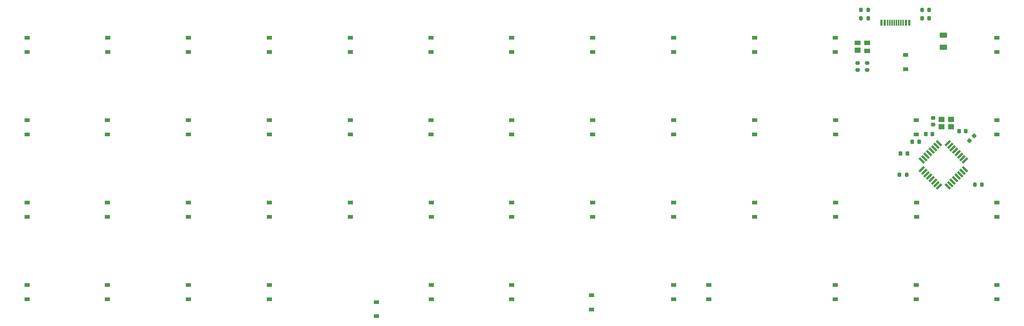
<source format=gbr>
%TF.GenerationSoftware,KiCad,Pcbnew,(5.99.0-11145-g173c9a974c)*%
%TF.CreationDate,2021-07-27T16:02:07-07:00*%
%TF.ProjectId,minibaen r2,6d696e69-6261-4656-9e20-72322e6b6963,rev?*%
%TF.SameCoordinates,Original*%
%TF.FileFunction,Paste,Bot*%
%TF.FilePolarity,Positive*%
%FSLAX46Y46*%
G04 Gerber Fmt 4.6, Leading zero omitted, Abs format (unit mm)*
G04 Created by KiCad (PCBNEW (5.99.0-11145-g173c9a974c)) date 2021-07-27 16:02:07*
%MOMM*%
%LPD*%
G01*
G04 APERTURE LIST*
G04 Aperture macros list*
%AMRoundRect*
0 Rectangle with rounded corners*
0 $1 Rounding radius*
0 $2 $3 $4 $5 $6 $7 $8 $9 X,Y pos of 4 corners*
0 Add a 4 corners polygon primitive as box body*
4,1,4,$2,$3,$4,$5,$6,$7,$8,$9,$2,$3,0*
0 Add four circle primitives for the rounded corners*
1,1,$1+$1,$2,$3*
1,1,$1+$1,$4,$5*
1,1,$1+$1,$6,$7*
1,1,$1+$1,$8,$9*
0 Add four rect primitives between the rounded corners*
20,1,$1+$1,$2,$3,$4,$5,0*
20,1,$1+$1,$4,$5,$6,$7,0*
20,1,$1+$1,$6,$7,$8,$9,0*
20,1,$1+$1,$8,$9,$2,$3,0*%
%AMRotRect*
0 Rectangle, with rotation*
0 The origin of the aperture is its center*
0 $1 length*
0 $2 width*
0 $3 Rotation angle, in degrees counterclockwise*
0 Add horizontal line*
21,1,$1,$2,0,0,$3*%
G04 Aperture macros list end*
%ADD10R,1.200000X0.900000*%
%ADD11RoundRect,0.225000X0.225000X0.250000X-0.225000X0.250000X-0.225000X-0.250000X0.225000X-0.250000X0*%
%ADD12R,1.400000X1.200000*%
%ADD13R,1.400000X1.000000*%
%ADD14RoundRect,0.200000X0.200000X0.275000X-0.200000X0.275000X-0.200000X-0.275000X0.200000X-0.275000X0*%
%ADD15R,0.600000X1.450000*%
%ADD16R,0.300000X1.450000*%
%ADD17RoundRect,0.200000X0.275000X-0.200000X0.275000X0.200000X-0.275000X0.200000X-0.275000X-0.200000X0*%
%ADD18RotRect,1.600000X0.550000X225.000000*%
%ADD19RotRect,1.600000X0.550000X135.000000*%
%ADD20RoundRect,0.200000X-0.200000X-0.275000X0.200000X-0.275000X0.200000X0.275000X-0.200000X0.275000X0*%
%ADD21RoundRect,0.250000X0.625000X-0.375000X0.625000X0.375000X-0.625000X0.375000X-0.625000X-0.375000X0*%
%ADD22RoundRect,0.225000X0.017678X-0.335876X0.335876X-0.017678X-0.017678X0.335876X-0.335876X0.017678X0*%
%ADD23RoundRect,0.225000X-0.250000X0.225000X-0.250000X-0.225000X0.250000X-0.225000X0.250000X0.225000X0*%
G04 APERTURE END LIST*
D10*
%TO.C,D16*%
X77800000Y-59590100D03*
X77800000Y-56290100D03*
%TD*%
%TO.C,D33*%
X152500000Y-78638900D03*
X152500000Y-75338900D03*
%TD*%
%TO.C,D28*%
X59100000Y-78638900D03*
X59100000Y-75338900D03*
%TD*%
%TO.C,D22*%
X189900000Y-59590100D03*
X189900000Y-56290100D03*
%TD*%
%TO.C,D7*%
X152500000Y-40541300D03*
X152500000Y-37241300D03*
%TD*%
D11*
%TO.C,C4*%
X257375000Y-58900000D03*
X255825000Y-58900000D03*
%TD*%
D10*
%TO.C,D27*%
X40500000Y-78638900D03*
X40500000Y-75338900D03*
%TD*%
%TO.C,D40*%
X40500000Y-97687700D03*
X40500000Y-94387700D03*
%TD*%
%TO.C,D14*%
X40500000Y-59590100D03*
X40500000Y-56290100D03*
%TD*%
D12*
%TO.C,U2*%
X232400000Y-40170000D03*
D13*
X232400000Y-38450000D03*
X234600000Y-38450000D03*
X234600000Y-40350000D03*
%TD*%
D10*
%TO.C,D39*%
X264600000Y-78638900D03*
X264600000Y-75338900D03*
%TD*%
D14*
%TO.C,R7*%
X234825000Y-32800000D03*
X233175000Y-32800000D03*
%TD*%
D10*
%TO.C,D49*%
X198000000Y-97687700D03*
X198000000Y-94387700D03*
%TD*%
D14*
%TO.C,R4*%
X261125000Y-71200000D03*
X259475000Y-71200000D03*
%TD*%
D11*
%TO.C,C6*%
X249675000Y-59500000D03*
X248125000Y-59500000D03*
%TD*%
D10*
%TO.C,D36*%
X208600000Y-78638900D03*
X208600000Y-75338900D03*
%TD*%
%TO.C,D23*%
X208600000Y-59590100D03*
X208600000Y-56290100D03*
%TD*%
%TO.C,D5*%
X115200000Y-40541300D03*
X115200000Y-37241300D03*
%TD*%
D15*
%TO.C,USB1*%
X237893000Y-33772500D03*
X238668000Y-33772500D03*
D16*
X239368000Y-33772500D03*
X239868000Y-33772500D03*
X240368000Y-33772500D03*
X240868000Y-33772500D03*
X241368000Y-33772500D03*
X241868000Y-33772500D03*
X242368000Y-33772500D03*
X242868000Y-33772500D03*
D15*
X243568000Y-33772500D03*
X244343000Y-33772500D03*
%TD*%
D10*
%TO.C,D6*%
X133800000Y-40541300D03*
X133800000Y-37241300D03*
%TD*%
%TO.C,D18*%
X115200000Y-59590100D03*
X115200000Y-56290100D03*
%TD*%
%TO.C,D10*%
X208600000Y-40541300D03*
X208600000Y-37241300D03*
%TD*%
D12*
%TO.C,Y1*%
X251800000Y-56150000D03*
X254000000Y-56150000D03*
X254000000Y-57850000D03*
X251800000Y-57850000D03*
%TD*%
D10*
%TO.C,D3*%
X77800000Y-40541300D03*
X77800000Y-37241300D03*
%TD*%
%TO.C,D29*%
X77800000Y-78638900D03*
X77800000Y-75338900D03*
%TD*%
D17*
%TO.C,R3*%
X234600000Y-44725000D03*
X234600000Y-43075000D03*
%TD*%
D10*
%TO.C,D25*%
X245900000Y-59590100D03*
X245900000Y-56290100D03*
%TD*%
%TO.C,D2*%
X59200000Y-40541300D03*
X59200000Y-37241300D03*
%TD*%
%TO.C,D30*%
X96500000Y-78638900D03*
X96500000Y-75338900D03*
%TD*%
D18*
%TO.C,U1*%
X253225305Y-61689897D03*
X253790990Y-62255583D03*
X254356676Y-62821268D03*
X254922361Y-63386953D03*
X255488047Y-63952639D03*
X256053732Y-64518324D03*
X256619417Y-65084010D03*
X257185103Y-65649695D03*
D19*
X257185103Y-67700305D03*
X256619417Y-68265990D03*
X256053732Y-68831676D03*
X255488047Y-69397361D03*
X254922361Y-69963047D03*
X254356676Y-70528732D03*
X253790990Y-71094417D03*
X253225305Y-71660103D03*
D18*
X251174695Y-71660103D03*
X250609010Y-71094417D03*
X250043324Y-70528732D03*
X249477639Y-69963047D03*
X248911953Y-69397361D03*
X248346268Y-68831676D03*
X247780583Y-68265990D03*
X247214897Y-67700305D03*
D19*
X247214897Y-65649695D03*
X247780583Y-65084010D03*
X248346268Y-64518324D03*
X248911953Y-63952639D03*
X249477639Y-63386953D03*
X250043324Y-62821268D03*
X250609010Y-62255583D03*
X251174695Y-61689897D03*
%TD*%
D10*
%TO.C,D9*%
X189900000Y-40541300D03*
X189900000Y-37241300D03*
%TD*%
D11*
%TO.C,C3*%
X243875000Y-64000000D03*
X242325000Y-64000000D03*
%TD*%
D10*
%TO.C,D43*%
X96500000Y-97687700D03*
X96500000Y-94387700D03*
%TD*%
%TO.C,D24*%
X227300000Y-59590100D03*
X227300000Y-56290100D03*
%TD*%
D17*
%TO.C,R2*%
X232400000Y-44725000D03*
X232400000Y-43075000D03*
%TD*%
D10*
%TO.C,D15*%
X59100000Y-59590100D03*
X59100000Y-56290100D03*
%TD*%
%TO.C,D35*%
X189900000Y-78638900D03*
X189900000Y-75338900D03*
%TD*%
%TO.C,D52*%
X264600000Y-97687700D03*
X264600000Y-94387700D03*
%TD*%
%TO.C,D31*%
X115200000Y-78638900D03*
X115200000Y-75338900D03*
%TD*%
%TO.C,D48*%
X189900000Y-97687700D03*
X189900000Y-94387700D03*
%TD*%
%TO.C,D45*%
X133900000Y-97687700D03*
X133900000Y-94387700D03*
%TD*%
%TO.C,D17*%
X96500000Y-59590100D03*
X96500000Y-56290100D03*
%TD*%
%TO.C,D37*%
X227300000Y-78638900D03*
X227300000Y-75338900D03*
%TD*%
D20*
%TO.C,R1*%
X242075000Y-68900000D03*
X243725000Y-68900000D03*
%TD*%
D10*
%TO.C,D46*%
X152500000Y-97687700D03*
X152500000Y-94387700D03*
%TD*%
%TO.C,D32*%
X133900000Y-78638900D03*
X133900000Y-75338900D03*
%TD*%
%TO.C,D34*%
X171200000Y-78638900D03*
X171200000Y-75338900D03*
%TD*%
%TO.C,D19*%
X133800000Y-59590100D03*
X133800000Y-56290100D03*
%TD*%
%TO.C,D47*%
X170900000Y-100068800D03*
X170900000Y-96768800D03*
%TD*%
D21*
%TO.C,F1*%
X252200000Y-39500000D03*
X252200000Y-36700000D03*
%TD*%
D10*
%TO.C,D42*%
X77800000Y-97687700D03*
X77800000Y-94387700D03*
%TD*%
D14*
%TO.C,R5*%
X234825000Y-30800000D03*
X233175000Y-30800000D03*
%TD*%
D11*
%TO.C,C5*%
X246575000Y-61300000D03*
X245025000Y-61300000D03*
%TD*%
D20*
%TO.C,R6*%
X247275000Y-30800000D03*
X248925000Y-30800000D03*
%TD*%
D10*
%TO.C,D21*%
X171200000Y-59590100D03*
X171200000Y-56290100D03*
%TD*%
%TO.C,D11*%
X227200000Y-40541300D03*
X227200000Y-37241300D03*
%TD*%
%TO.C,D44*%
X121200000Y-101656200D03*
X121200000Y-98356200D03*
%TD*%
%TO.C,D38*%
X246000000Y-78638900D03*
X246000000Y-75338900D03*
%TD*%
%TO.C,D12*%
X243500000Y-44509800D03*
X243500000Y-41209800D03*
%TD*%
%TO.C,D1*%
X40500000Y-40541300D03*
X40500000Y-37241300D03*
%TD*%
%TO.C,D50*%
X227200000Y-97687700D03*
X227200000Y-94387700D03*
%TD*%
%TO.C,D8*%
X171200000Y-40541300D03*
X171200000Y-37241300D03*
%TD*%
D22*
%TO.C,C7*%
X258251992Y-61048008D03*
X259348008Y-59951992D03*
%TD*%
D10*
%TO.C,D20*%
X152500000Y-59590100D03*
X152500000Y-56290100D03*
%TD*%
%TO.C,D41*%
X59100000Y-97687700D03*
X59100000Y-94387700D03*
%TD*%
D11*
%TO.C,C1*%
X248875000Y-32800000D03*
X247325000Y-32800000D03*
%TD*%
D10*
%TO.C,D13*%
X264600000Y-40541300D03*
X264600000Y-37241300D03*
%TD*%
%TO.C,D26*%
X264600000Y-59590100D03*
X264600000Y-56290100D03*
%TD*%
D23*
%TO.C,C2*%
X249800000Y-55825000D03*
X249800000Y-57375000D03*
%TD*%
D10*
%TO.C,D51*%
X245900000Y-97687700D03*
X245900000Y-94387700D03*
%TD*%
%TO.C,D4*%
X96500000Y-40541300D03*
X96500000Y-37241300D03*
%TD*%
M02*

</source>
